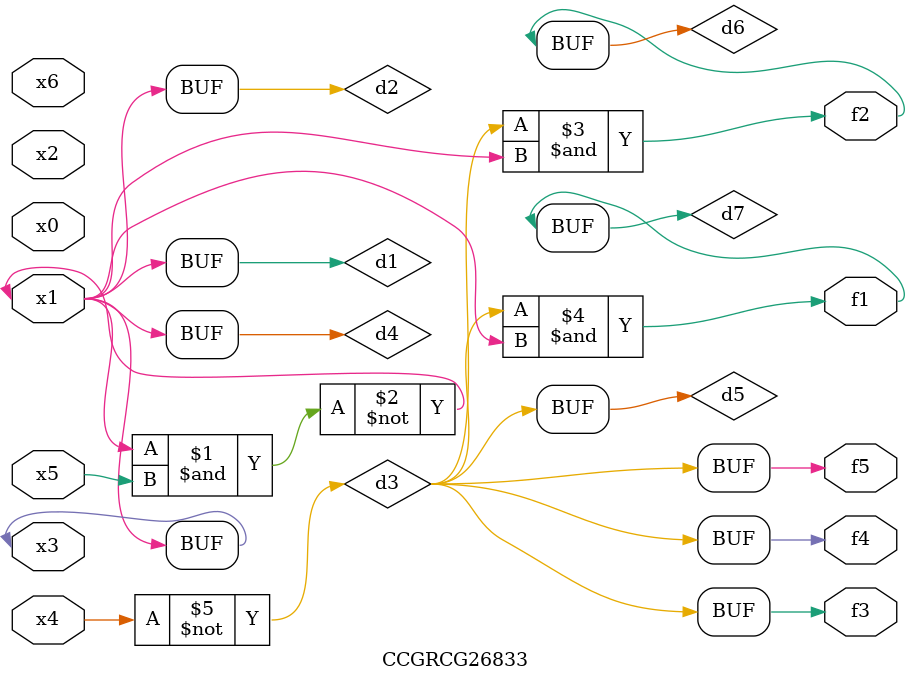
<source format=v>
module CCGRCG26833(
	input x0, x1, x2, x3, x4, x5, x6,
	output f1, f2, f3, f4, f5
);

	wire d1, d2, d3, d4, d5, d6, d7;

	buf (d1, x1, x3);
	nand (d2, x1, x5);
	not (d3, x4);
	buf (d4, d1, d2);
	buf (d5, d3);
	and (d6, d3, d4);
	and (d7, d3, d4);
	assign f1 = d7;
	assign f2 = d6;
	assign f3 = d5;
	assign f4 = d5;
	assign f5 = d5;
endmodule

</source>
